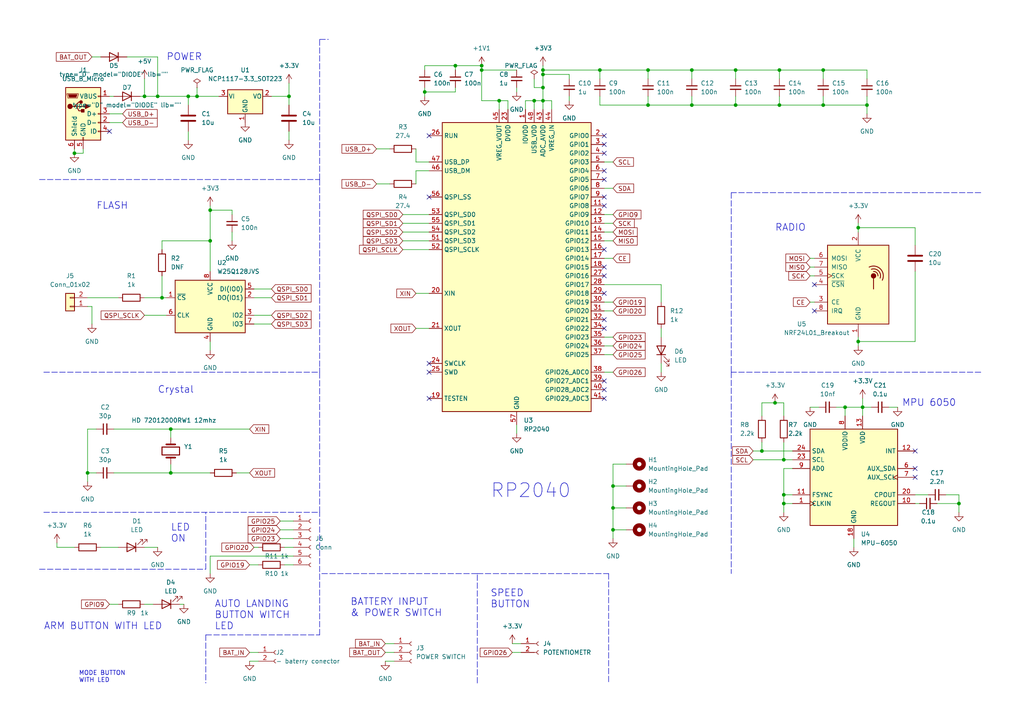
<source format=kicad_sch>
(kicad_sch (version 20211123) (generator eeschema)
  (paper "A4")
  (junction (at 177.8 140.97))
  (junction (at 157.48 29.21))
  (junction (at 173.99 20.32))
  (junction (at 238.76 20.32))
  (junction (at 49.53 137.16))
  (junction (at 227.33 133.35))
  (junction (at 177.8 153.67))
  (junction (at 132.08 19.05))
  (junction (at 251.46 30.48))
  (junction (at 83.82 27.94))
  (junction (at 139.7 20.32))
  (junction (at 157.48 21.59))
  (junction (at 21.59 44.45))
  (junction (at 154.94 29.21))
  (junction (at 45.72 27.94))
  (junction (at 226.06 20.32))
  (junction (at 25.4 137.16))
  (junction (at 224.79 116.84))
  (junction (at 238.76 30.48))
  (junction (at 213.36 30.48))
  (junction (at 60.96 60.96))
  (junction (at 41.91 27.94))
  (junction (at 46.99 86.36))
  (junction (at 177.8 147.32))
  (junction (at 226.06 30.48))
  (junction (at 248.92 66.04))
  (junction (at 245.11 118.11))
  (junction (at 187.96 30.48))
  (junction (at 157.48 25.4))
  (junction (at 139.7 19.05))
  (junction (at 278.13 146.05))
  (junction (at 200.66 30.48))
  (junction (at 220.98 130.81))
  (junction (at 123.19 26.67))
  (junction (at 248.92 99.06))
  (junction (at 187.96 20.32))
  (junction (at 250.19 118.11))
  (junction (at 60.96 69.85))
  (junction (at 227.33 146.05))
  (junction (at 213.36 20.32))
  (junction (at 57.15 27.94))
  (junction (at 200.66 20.32))
  (junction (at 49.53 124.46))
  (junction (at 144.78 29.21))
  (junction (at 54.61 27.94))
  (junction (at 157.48 20.32))
  (junction (at 227.33 143.51))
  (no_connect (at 175.26 85.09))
  (no_connect (at 175.26 57.15))
  (no_connect (at 175.26 52.07))
  (no_connect (at 31.75 38.1))
  (no_connect (at 175.26 41.91))
  (no_connect (at 175.26 59.69))
  (no_connect (at 175.26 77.47))
  (no_connect (at 175.26 95.25))
  (no_connect (at 175.26 92.71))
  (no_connect (at 175.26 110.49))
  (no_connect (at 175.26 113.03))
  (no_connect (at 175.26 115.57))
  (no_connect (at 236.22 82.55))
  (no_connect (at 236.22 90.17))
  (no_connect (at 265.43 138.43))
  (no_connect (at 265.43 130.81))
  (no_connect (at 265.43 135.89))
  (no_connect (at 175.26 39.37))
  (no_connect (at 175.26 80.01))
  (no_connect (at 175.26 72.39))
  (no_connect (at 124.46 105.41))
  (no_connect (at 124.46 107.95))
  (no_connect (at 124.46 115.57))
  (no_connect (at 124.46 39.37))
  (no_connect (at 124.46 57.15))
  (no_connect (at 175.26 49.53))
  (no_connect (at 175.26 44.45))
  (wire (pts (xy 191.77 105.41) (xy 191.77 107.95)))
  (wire (pts (xy 278.13 146.05) (xy 278.13 148.59)))
  (wire (pts (xy 234.95 74.93) (xy 236.22 74.93)))
  (wire (pts (xy 220.98 116.84) (xy 224.79 116.84)))
  (wire (pts (xy 60.96 60.96) (xy 60.96 69.85)))
  (wire (pts (xy 25.4 86.36) (xy 34.29 86.36)))
  (wire (pts (xy 149.86 25.4) (xy 149.86 26.67)))
  (wire (pts (xy 139.7 20.32) (xy 149.86 20.32)))
  (wire (pts (xy 123.19 25.4) (xy 123.19 26.67)))
  (polyline (pts (xy 138.43 166.37) (xy 176.53 166.37)))
  (wire (pts (xy 49.53 124.46) (xy 33.02 124.46)))
  (wire (pts (xy 175.26 62.23) (xy 177.8 62.23)))
  (wire (pts (xy 248.92 99.06) (xy 248.92 100.33)))
  (wire (pts (xy 132.08 19.05) (xy 123.19 19.05)))
  (wire (pts (xy 218.44 133.35) (xy 227.33 133.35)))
  (wire (pts (xy 83.82 27.94) (xy 83.82 30.48)))
  (polyline (pts (xy 284.48 107.95) (xy 212.09 107.95)))
  (wire (pts (xy 250.19 118.11) (xy 252.73 118.11)))
  (wire (pts (xy 154.94 25.4) (xy 154.94 22.86)))
  (wire (pts (xy 245.11 118.11) (xy 250.19 118.11)))
  (wire (pts (xy 123.19 26.67) (xy 132.08 26.67)))
  (wire (pts (xy 82.55 163.83) (xy 85.09 163.83)))
  (wire (pts (xy 73.66 93.98) (xy 78.74 93.98)))
  (wire (pts (xy 111.76 191.77) (xy 114.3 191.77)))
  (wire (pts (xy 46.99 72.39) (xy 46.99 69.85)))
  (wire (pts (xy 111.76 189.23) (xy 114.3 189.23)))
  (wire (pts (xy 251.46 30.48) (xy 251.46 33.02)))
  (polyline (pts (xy 11.43 52.07) (xy 92.71 52.07)))
  (wire (pts (xy 41.91 91.44) (xy 48.26 91.44)))
  (wire (pts (xy 265.43 78.74) (xy 265.43 99.06)))
  (wire (pts (xy 191.77 95.25) (xy 191.77 97.79)))
  (wire (pts (xy 123.19 19.05) (xy 123.19 20.32)))
  (wire (pts (xy 41.91 22.86) (xy 41.91 27.94)))
  (polyline (pts (xy 12.7 107.95) (xy 92.71 107.95)))
  (wire (pts (xy 173.99 20.32) (xy 173.99 22.86)))
  (wire (pts (xy 148.59 189.23) (xy 151.13 189.23)))
  (wire (pts (xy 157.48 21.59) (xy 157.48 25.4)))
  (wire (pts (xy 26.67 88.9) (xy 26.67 93.98)))
  (wire (pts (xy 49.53 127) (xy 49.53 124.46)))
  (wire (pts (xy 213.36 30.48) (xy 226.06 30.48)))
  (wire (pts (xy 31.75 35.56) (xy 35.56 35.56)))
  (wire (pts (xy 49.53 134.62) (xy 49.53 137.16)))
  (wire (pts (xy 24.13 44.45) (xy 21.59 44.45)))
  (wire (pts (xy 191.77 82.55) (xy 175.26 82.55)))
  (wire (pts (xy 123.19 26.67) (xy 123.19 27.94)))
  (wire (pts (xy 152.4 31.75) (xy 152.4 29.21)))
  (wire (pts (xy 175.26 69.85) (xy 177.8 69.85)))
  (polyline (pts (xy 59.69 184.15) (xy 59.69 198.12)))
  (wire (pts (xy 31.75 33.02) (xy 35.56 33.02)))
  (polyline (pts (xy 176.53 166.37) (xy 176.53 198.12)))
  (wire (pts (xy 265.43 146.05) (xy 266.7 146.05)))
  (wire (pts (xy 220.98 120.65) (xy 220.98 116.84)))
  (wire (pts (xy 248.92 97.79) (xy 248.92 99.06)))
  (wire (pts (xy 160.02 31.75) (xy 160.02 29.21)))
  (wire (pts (xy 226.06 20.32) (xy 226.06 22.86)))
  (polyline (pts (xy 284.48 55.88) (xy 212.09 55.88)))
  (wire (pts (xy 60.96 99.06) (xy 60.96 101.6)))
  (wire (pts (xy 46.99 80.01) (xy 46.99 86.36)))
  (wire (pts (xy 234.95 87.63) (xy 236.22 87.63)))
  (wire (pts (xy 36.83 16.51) (xy 45.72 16.51)))
  (wire (pts (xy 139.7 20.32) (xy 139.7 29.21)))
  (wire (pts (xy 144.78 29.21) (xy 139.7 29.21)))
  (wire (pts (xy 200.66 20.32) (xy 213.36 20.32)))
  (wire (pts (xy 177.8 156.21) (xy 177.8 153.67)))
  (wire (pts (xy 175.26 74.93) (xy 177.8 74.93)))
  (wire (pts (xy 177.8 140.97) (xy 181.61 140.97)))
  (wire (pts (xy 57.15 27.94) (xy 63.5 27.94)))
  (wire (pts (xy 26.67 16.51) (xy 29.21 16.51)))
  (wire (pts (xy 227.33 133.35) (xy 229.87 133.35)))
  (wire (pts (xy 250.19 118.11) (xy 250.19 120.65)))
  (wire (pts (xy 81.28 153.67) (xy 85.09 153.67)))
  (wire (pts (xy 213.36 27.94) (xy 213.36 30.48)))
  (wire (pts (xy 278.13 143.51) (xy 278.13 146.05)))
  (polyline (pts (xy 138.43 166.37) (xy 92.71 166.37)))
  (wire (pts (xy 49.53 124.46) (xy 72.39 124.46)))
  (wire (pts (xy 27.94 124.46) (xy 25.4 124.46)))
  (wire (pts (xy 41.91 27.94) (xy 45.72 27.94)))
  (wire (pts (xy 120.65 46.99) (xy 124.46 46.99)))
  (wire (pts (xy 116.84 69.85) (xy 124.46 69.85)))
  (wire (pts (xy 27.94 137.16) (xy 25.4 137.16)))
  (wire (pts (xy 165.1 21.59) (xy 165.1 22.86)))
  (wire (pts (xy 220.98 130.81) (xy 229.87 130.81)))
  (wire (pts (xy 175.26 54.61) (xy 177.8 54.61)))
  (wire (pts (xy 157.48 20.32) (xy 173.99 20.32)))
  (wire (pts (xy 248.92 66.04) (xy 248.92 67.31)))
  (wire (pts (xy 41.91 175.26) (xy 44.45 175.26)))
  (wire (pts (xy 226.06 30.48) (xy 238.76 30.48)))
  (wire (pts (xy 157.48 29.21) (xy 157.48 31.75)))
  (wire (pts (xy 227.33 116.84) (xy 224.79 116.84)))
  (wire (pts (xy 139.7 19.05) (xy 132.08 19.05)))
  (wire (pts (xy 248.92 64.77) (xy 248.92 66.04)))
  (wire (pts (xy 40.64 27.94) (xy 41.91 27.94)))
  (wire (pts (xy 120.65 85.09) (xy 124.46 85.09)))
  (wire (pts (xy 147.32 31.75) (xy 147.32 29.21)))
  (wire (pts (xy 157.48 29.21) (xy 160.02 29.21)))
  (wire (pts (xy 227.33 143.51) (xy 227.33 146.05)))
  (wire (pts (xy 68.58 137.16) (xy 72.39 137.16)))
  (wire (pts (xy 120.65 53.34) (xy 120.65 49.53)))
  (wire (pts (xy 78.74 27.94) (xy 83.82 27.94)))
  (wire (pts (xy 213.36 20.32) (xy 213.36 22.86)))
  (wire (pts (xy 175.26 97.79) (xy 177.8 97.79)))
  (wire (pts (xy 82.55 158.75) (xy 85.09 158.75)))
  (wire (pts (xy 85.09 161.29) (xy 60.96 161.29)))
  (wire (pts (xy 213.36 20.32) (xy 226.06 20.32)))
  (wire (pts (xy 116.84 72.39) (xy 124.46 72.39)))
  (wire (pts (xy 72.39 163.83) (xy 74.93 163.83)))
  (wire (pts (xy 72.39 191.77) (xy 74.93 191.77)))
  (wire (pts (xy 157.48 25.4) (xy 154.94 25.4)))
  (wire (pts (xy 54.61 27.94) (xy 54.61 30.48)))
  (wire (pts (xy 144.78 29.21) (xy 144.78 31.75)))
  (wire (pts (xy 120.65 95.25) (xy 124.46 95.25)))
  (wire (pts (xy 24.13 43.18) (xy 24.13 44.45)))
  (wire (pts (xy 152.4 29.21) (xy 154.94 29.21)))
  (wire (pts (xy 229.87 135.89) (xy 227.33 135.89)))
  (wire (pts (xy 16.51 157.48) (xy 16.51 158.75)))
  (polyline (pts (xy 59.69 165.1) (xy 59.69 148.59)))
  (wire (pts (xy 177.8 134.62) (xy 181.61 134.62)))
  (wire (pts (xy 16.51 158.75) (xy 21.59 158.75)))
  (wire (pts (xy 154.94 29.21) (xy 154.94 31.75)))
  (wire (pts (xy 175.26 46.99) (xy 177.8 46.99)))
  (wire (pts (xy 220.98 128.27) (xy 220.98 130.81)))
  (wire (pts (xy 177.8 153.67) (xy 177.8 147.32)))
  (wire (pts (xy 109.22 53.34) (xy 113.03 53.34)))
  (wire (pts (xy 200.66 30.48) (xy 213.36 30.48)))
  (wire (pts (xy 226.06 27.94) (xy 226.06 30.48)))
  (wire (pts (xy 187.96 20.32) (xy 200.66 20.32)))
  (wire (pts (xy 157.48 20.32) (xy 157.48 21.59)))
  (wire (pts (xy 46.99 86.36) (xy 48.26 86.36)))
  (wire (pts (xy 175.26 100.33) (xy 177.8 100.33)))
  (wire (pts (xy 60.96 59.69) (xy 60.96 60.96)))
  (wire (pts (xy 227.33 146.05) (xy 227.33 148.59)))
  (wire (pts (xy 175.26 87.63) (xy 177.8 87.63)))
  (wire (pts (xy 234.95 80.01) (xy 236.22 80.01)))
  (wire (pts (xy 57.15 25.4) (xy 57.15 27.94)))
  (wire (pts (xy 251.46 20.32) (xy 251.46 22.86)))
  (wire (pts (xy 139.7 19.05) (xy 139.7 20.32)))
  (wire (pts (xy 148.59 186.69) (xy 151.13 186.69)))
  (wire (pts (xy 31.75 175.26) (xy 34.29 175.26)))
  (wire (pts (xy 157.48 25.4) (xy 157.48 29.21)))
  (polyline (pts (xy 92.71 52.07) (xy 92.71 106.68)))
  (wire (pts (xy 49.53 137.16) (xy 33.02 137.16)))
  (wire (pts (xy 25.4 124.46) (xy 25.4 137.16)))
  (wire (pts (xy 238.76 20.32) (xy 251.46 20.32)))
  (wire (pts (xy 200.66 27.94) (xy 200.66 30.48)))
  (wire (pts (xy 175.26 64.77) (xy 177.8 64.77)))
  (wire (pts (xy 31.75 27.94) (xy 33.02 27.94)))
  (wire (pts (xy 234.95 77.47) (xy 236.22 77.47)))
  (wire (pts (xy 187.96 27.94) (xy 187.96 30.48)))
  (wire (pts (xy 218.44 130.81) (xy 220.98 130.81)))
  (wire (pts (xy 173.99 20.32) (xy 187.96 20.32)))
  (wire (pts (xy 73.66 86.36) (xy 78.74 86.36)))
  (wire (pts (xy 238.76 20.32) (xy 238.76 22.86)))
  (wire (pts (xy 187.96 30.48) (xy 200.66 30.48)))
  (wire (pts (xy 187.96 20.32) (xy 187.96 22.86)))
  (wire (pts (xy 120.65 43.18) (xy 120.65 46.99)))
  (wire (pts (xy 41.91 158.75) (xy 45.72 158.75)))
  (wire (pts (xy 25.4 88.9) (xy 26.67 88.9)))
  (wire (pts (xy 73.66 158.75) (xy 74.93 158.75)))
  (wire (pts (xy 226.06 20.32) (xy 238.76 20.32)))
  (wire (pts (xy 132.08 26.67) (xy 132.08 25.4)))
  (wire (pts (xy 227.33 135.89) (xy 227.33 143.51)))
  (wire (pts (xy 247.65 156.21) (xy 247.65 158.75)))
  (wire (pts (xy 29.21 158.75) (xy 34.29 158.75)))
  (wire (pts (xy 147.32 29.21) (xy 144.78 29.21)))
  (wire (pts (xy 67.31 60.96) (xy 60.96 60.96)))
  (wire (pts (xy 245.11 118.11) (xy 242.57 118.11)))
  (wire (pts (xy 175.26 102.87) (xy 177.8 102.87)))
  (wire (pts (xy 177.8 147.32) (xy 177.8 140.97)))
  (wire (pts (xy 227.33 128.27) (xy 227.33 133.35)))
  (wire (pts (xy 60.96 69.85) (xy 60.96 78.74)))
  (wire (pts (xy 177.8 140.97) (xy 177.8 134.62)))
  (polyline (pts (xy 92.71 106.68) (xy 92.71 107.95)))
  (wire (pts (xy 245.11 120.65) (xy 245.11 118.11)))
  (wire (pts (xy 234.95 118.11) (xy 237.49 118.11)))
  (polyline (pts (xy 92.71 184.15) (xy 92.71 148.59)))
  (wire (pts (xy 157.48 21.59) (xy 165.1 21.59)))
  (wire (pts (xy 120.65 49.53) (xy 124.46 49.53)))
  (polyline (pts (xy 138.43 198.12) (xy 138.43 166.37)))
  (wire (pts (xy 173.99 30.48) (xy 187.96 30.48)))
  (wire (pts (xy 175.26 90.17) (xy 177.8 90.17)))
  (polyline (pts (xy 11.43 165.1) (xy 59.69 165.1)))
  (wire (pts (xy 54.61 27.94) (xy 57.15 27.94)))
  (wire (pts (xy 21.59 43.18) (xy 21.59 44.45)))
  (wire (pts (xy 116.84 62.23) (xy 124.46 62.23)))
  (wire (pts (xy 175.26 107.95) (xy 177.8 107.95)))
  (wire (pts (xy 238.76 27.94) (xy 238.76 30.48)))
  (wire (pts (xy 154.94 29.21) (xy 157.48 29.21)))
  (polyline (pts (xy 59.69 184.15) (xy 92.71 184.15)))
  (wire (pts (xy 109.22 43.18) (xy 113.03 43.18)))
  (polyline (pts (xy 212.09 55.88) (xy 212.09 107.95)))
  (wire (pts (xy 250.19 115.57) (xy 250.19 118.11)))
  (wire (pts (xy 165.1 29.21) (xy 165.1 27.94)))
  (wire (pts (xy 111.76 186.69) (xy 114.3 186.69)))
  (wire (pts (xy 149.86 123.19) (xy 149.86 125.73)))
  (wire (pts (xy 200.66 20.32) (xy 200.66 22.86)))
  (wire (pts (xy 248.92 66.04) (xy 265.43 66.04)))
  (polyline (pts (xy 92.71 148.59) (xy 92.71 107.95)))
  (wire (pts (xy 191.77 87.63) (xy 191.77 82.55)))
  (wire (pts (xy 73.66 83.82) (xy 78.74 83.82)))
  (wire (pts (xy 238.76 30.48) (xy 251.46 30.48)))
  (wire (pts (xy 175.26 67.31) (xy 177.8 67.31)))
  (polyline (pts (xy 12.7 148.59) (xy 92.71 148.59)))
  (wire (pts (xy 81.28 156.21) (xy 85.09 156.21)))
  (wire (pts (xy 227.33 120.65) (xy 227.33 116.84)))
  (wire (pts (xy 274.32 143.51) (xy 278.13 143.51)))
  (wire (pts (xy 81.28 151.13) (xy 85.09 151.13)))
  (wire (pts (xy 265.43 66.04) (xy 265.43 71.12)))
  (wire (pts (xy 229.87 143.51) (xy 227.33 143.51)))
  (wire (pts (xy 257.81 118.11) (xy 260.35 118.11)))
  (polyline (pts (xy 92.71 11.43) (xy 95.25 11.43)))
  (wire (pts (xy 265.43 143.51) (xy 269.24 143.51)))
  (wire (pts (xy 229.87 146.05) (xy 227.33 146.05)))
  (wire (pts (xy 41.91 86.36) (xy 46.99 86.36)))
  (polyline (pts (xy 92.71 52.07) (xy 92.71 11.43)))
  (wire (pts (xy 54.61 38.1) (xy 54.61 40.64)))
  (wire (pts (xy 177.8 147.32) (xy 181.61 147.32)))
  (wire (pts (xy 60.96 161.29) (xy 60.96 166.37)))
  (wire (pts (xy 45.72 27.94) (xy 54.61 27.94)))
  (wire (pts (xy 45.72 16.51) (xy 45.72 27.94)))
  (wire (pts (xy 83.82 38.1) (xy 83.82 40.64)))
  (wire (pts (xy 177.8 153.67) (xy 181.61 153.67)))
  (wire (pts (xy 25.4 137.16) (xy 25.4 139.7)))
  (wire (pts (xy 271.78 146.05) (xy 278.13 146.05)))
  (wire (pts (xy 251.46 27.94) (xy 251.46 30.48)))
  (wire (pts (xy 157.48 19.05) (xy 157.48 20.32)))
  (wire (pts (xy 46.99 69.85) (xy 60.96 69.85)))
  (wire (pts (xy 73.66 91.44) (xy 78.74 91.44)))
  (wire (pts (xy 116.84 67.31) (xy 124.46 67.31)))
  (wire (pts (xy 67.31 67.31) (xy 67.31 69.85)))
  (wire (pts (xy 116.84 64.77) (xy 124.46 64.77)))
  (wire (pts (xy 132.08 19.05) (xy 132.08 20.32)))
  (wire (pts (xy 67.31 62.23) (xy 67.31 60.96)))
  (wire (pts (xy 52.07 175.26) (xy 53.34 175.26)))
  (wire (pts (xy 72.39 189.23) (xy 74.93 189.23)))
  (wire (pts (xy 265.43 99.06) (xy 248.92 99.06)))
  (wire (pts (xy 49.53 137.16) (xy 60.96 137.16)))
  (polyline (pts (xy 212.09 107.95) (xy 212.09 166.37)))
  (wire (pts (xy 173.99 27.94) (xy 173.99 30.48)))
  (wire (pts (xy 83.82 24.13) (xy 83.82 27.94)))
  (text "MPU 6050" (at 261.62 118.11 0) (effects (font (size 2 2)) (justify left bottom)))
  (text "ARM BUTTON WITH LED" (at 12.7 182.88 0) (effects (font (size 2 2)) (justify left bottom)))
  (text "SPEED\nBUTTON" (at 142.24 176.53 0) (effects (font (size 2 2)) (justify left bottom)))
  (text "MODE BUTTON\nWITH LED" (at 22.86 198.12 0) (effects (font (size 1.27 1.27)) (justify left bottom)))
  (text "BATTERY INPUT\n& POWER SWITCH\n" (at 101.6 179.07 0) (effects (font (size 2 2)) (justify left bottom)))
  (text "AUTO LANDING\nBUTTON WITCH\nLED" (at 62.23 182.88 0) (effects (font (size 2 2)) (justify left bottom)))
  (text "POWER" (at 48.26 17.78 0) (effects (font (size 2 2)) (justify left bottom)))
  (text "LED\nON" (at 49.53 157.48 0) (effects (font (size 2 2)) (justify left bottom)))
  (text "RP2040" (at 142.24 144.78 0) (effects (font (size 4 4)) (justify left bottom)))
  (text "FLASH\n" (at 27.94 60.96 0) (effects (font (size 2 2)) (justify left bottom)))
  (text "Crystal" (at 45.72 114.3 0) (effects (font (size 2 2)) (justify left bottom)))
  (text "RADIO" (at 224.79 67.31 0) (effects (font (size 2 2)) (justify left bottom)))
  (global_label "MISO" (shape input) (at 177.8 69.85 0) (property "Intersheet References" "${INTERSHEET_REFS}" (effects hide)))
  (global_label "GPIO9" (shape input) (at 31.75 175.26 180) (property "Intersheet References" "${INTERSHEET_REFS}" (effects hide)))
  (global_label "USB_D-" (shape input) (at 109.22 53.34 180) (property "Intersheet References" "${INTERSHEET_REFS}" (effects hide)))
  (global_label "MOSI" (shape input) (at 234.95 74.93 180) (property "Intersheet References" "${INTERSHEET_REFS}" (effects hide)))
  (global_label "BAT_OUT" (shape input) (at 26.67 16.51 180) (property "Intersheet References" "${INTERSHEET_REFS}" (effects hide)))
  (global_label "SCK" (shape input) (at 234.95 80.01 180) (property "Intersheet References" "${INTERSHEET_REFS}" (effects hide)))
  (global_label "GPIO9" (shape input) (at 177.8 62.23 0) (property "Intersheet References" "${INTERSHEET_REFS}" (effects hide)))
  (global_label "USB_D-" (shape input) (at 35.56 35.56 0) (property "Intersheet References" "${INTERSHEET_REFS}" (effects hide)))
  (global_label "QSPI_SD3" (shape input) (at 116.84 69.85 180) (property "Intersheet References" "${INTERSHEET_REFS}" (effects hide)))
  (global_label "CE" (shape input) (at 234.95 87.63 180) (property "Intersheet References" "${INTERSHEET_REFS}" (effects hide)))
  (global_label "SCL" (shape input) (at 218.44 133.35 180) (property "Intersheet References" "${INTERSHEET_REFS}" (effects hide)))
  (global_label "GPIO25" (shape input) (at 177.8 102.87 0) (property "Intersheet References" "${INTERSHEET_REFS}" (effects hide)))
  (global_label "QSPI_SCLK" (shape input) (at 116.84 72.39 180) (property "Intersheet References" "${INTERSHEET_REFS}" (effects hide)))
  (global_label "GPIO19" (shape input) (at 177.8 87.63 0) (property "Intersheet References" "${INTERSHEET_REFS}" (effects hide)))
  (global_label "USB_D+" (shape input) (at 35.56 33.02 0) (property "Intersheet References" "${INTERSHEET_REFS}" (effects hide)))
  (global_label "SDA" (shape input) (at 177.8 54.61 0) (property "Intersheet References" "${INTERSHEET_REFS}" (effects hide)))
  (global_label "BAT_IN" (shape input) (at 72.39 189.23 180) (property "Intersheet References" "${INTERSHEET_REFS}" (effects hide)))
  (global_label "XIN" (shape input) (at 120.65 85.09 180) (property "Intersheet References" "${INTERSHEET_REFS}" (effects hide)))
  (global_label "GPIO24" (shape input) (at 177.8 100.33 0) (property "Intersheet References" "${INTERSHEET_REFS}" (effects hide)))
  (global_label "GPIO20" (shape input) (at 73.66 158.75 180) (property "Intersheet References" "${INTERSHEET_REFS}" (effects hide)))
  (global_label "BAT_OUT" (shape input) (at 111.76 189.23 180) (property "Intersheet References" "${INTERSHEET_REFS}" (effects hide)))
  (global_label "GPIO26" (shape input) (at 148.59 189.23 180) (property "Intersheet References" "${INTERSHEET_REFS}" (effects hide)))
  (global_label "QSPI_SD2" (shape input) (at 116.84 67.31 180) (property "Intersheet References" "${INTERSHEET_REFS}" (effects hide)))
  (global_label "GPIO19" (shape input) (at 72.39 163.83 180) (property "Intersheet References" "${INTERSHEET_REFS}" (effects hide)))
  (global_label "SDA" (shape input) (at 218.44 130.81 180) (property "Intersheet References" "${INTERSHEET_REFS}" (effects hide)))
  (global_label "XOUT" (shape input) (at 72.39 137.16 0) (property "Intersheet References" "${INTERSHEET_REFS}" (effects hide)))
  (global_label "GPIO24" (shape input) (at 81.28 153.67 180) (property "Intersheet References" "${INTERSHEET_REFS}" (effects hide)))
  (global_label "QSPI_SD1" (shape input) (at 78.74 86.36 0) (property "Intersheet References" "${INTERSHEET_REFS}" (effects hide)))
  (global_label "GPIO26" (shape input) (at 177.8 107.95 0) (property "Intersheet References" "${INTERSHEET_REFS}" (effects hide)))
  (global_label "QSPI_SD0" (shape input) (at 78.74 83.82 0) (property "Intersheet References" "${INTERSHEET_REFS}" (effects hide)))
  (global_label "QSPI_SD1" (shape input) (at 116.84 64.77 180) (property "Intersheet References" "${INTERSHEET_REFS}" (effects hide)))
  (global_label "GPIO25" (shape input) (at 81.28 151.13 180) (property "Intersheet References" "${INTERSHEET_REFS}" (effects hide)))
  (global_label "QSPI_SD0" (shape input) (at 116.84 62.23 180) (property "Intersheet References" "${INTERSHEET_REFS}" (effects hide)))
  (global_label "MOSI" (shape input) (at 177.8 67.31 0) (property "Intersheet References" "${INTERSHEET_REFS}" (effects hide)))
  (global_label "SCK" (shape input) (at 177.8 64.77 0) (property "Intersheet References" "${INTERSHEET_REFS}" (effects hide)))
  (global_label "USB_D+" (shape input) (at 109.22 43.18 180) (property "Intersheet References" "${INTERSHEET_REFS}" (effects hide)))
  (global_label "MISO" (shape input) (at 234.95 77.47 180) (property "Intersheet References" "${INTERSHEET_REFS}" (effects hide)))
  (global_label "QSPI_SCLK" (shape input) (at 41.91 91.44 180) (property "Intersheet References" "${INTERSHEET_REFS}" (effects hide)))
  (global_label "GPIO23" (shape input) (at 81.28 156.21 180) (property "Intersheet References" "${INTERSHEET_REFS}" (effects hide)))
  (global_label "QSPI_SD2" (shape input) (at 78.74 91.44 0) (property "Intersheet References" "${INTERSHEET_REFS}" (effects hide)))
  (global_label "CE" (shape input) (at 177.8 74.93 0) (property "Intersheet References" "${INTERSHEET_REFS}" (effects hide)))
  (global_label "XOUT" (shape input) (at 120.65 95.25 180) (property "Intersheet References" "${INTERSHEET_REFS}" (effects hide)))
  (global_label "GPIO20" (shape input) (at 177.8 90.17 0) (property "Intersheet References" "${INTERSHEET_REFS}" (effects hide)))
  (global_label "BAT_IN" (shape input) (at 111.76 186.69 180) (property "Intersheet References" "${INTERSHEET_REFS}" (effects hide)))
  (global_label "GPIO23" (shape input) (at 177.8 97.79 0) (property "Intersheet References" "${INTERSHEET_REFS}" (effects hide)))
  (global_label "XIN" (shape input) (at 72.39 124.46 0) (property "Intersheet References" "${INTERSHEET_REFS}" (effects hide)))
  (global_label "SCL" (shape input) (at 177.8 46.99 0) (property "Intersheet References" "${INTERSHEET_REFS}" (effects hide)))
  (global_label "QSPI_SD3" (shape input) (at 78.74 93.98 0) (property "Intersheet References" "${INTERSHEET_REFS}" (effects hide)))
  (symbol (lib_id "power:GND") (at 123.19 27.94 0) (unit 1)
    (property "Reference" "#PWR0103" (effects hide))
    (property "Value" "GND" (at 123.19 33.02 0))
  )
  (symbol (lib_id "Device:LED") (at 48.26 175.26 180) (unit 1)
    (property "Reference" "D4" (at 49.53 168.91 0))
    (property "Value" "LED" (at 49.53 171.45 0))
    (property "Footprint" "Connector_PinHeader_2.54mm:PinHeader_1x02_P2.54mm_Vertical" (effects hide))
  )
  (symbol (lib_id "Device:C_Small") (at 30.48 137.16 90) (unit 1)
    (property "Reference" "C3" (at 30.4863 130.81 90))
    (property "Value" "30p" (at 30.4863 133.35 90))
    (property "Footprint" "Capacitor_SMD:C_0603_1608Metric" (effects hide))
  )
  (symbol (lib_id "power:GND") (at 67.31 69.85 0) (unit 1)
    (property "Reference" "#PWR0115" (effects hide))
    (property "Value" "GND" (at 67.31 74.93 0))
  )
  (symbol (lib_id "power:+3.3V") (at 148.59 186.69 0) (unit 1)
    (property "Reference" "#PWR0126" (effects hide))
    (property "Value" "+3.3V" (at 148.59 181.61 0))
  )
  (symbol (lib_id "Connector_Generic:Conn_01x02") (at 20.32 88.9 180) (unit 1)
    (property "Reference" "J5" (at 20.32 80.01 0))
    (property "Value" "Conn_01x02" (at 20.32 82.55 0))
    (property "Footprint" "Connector_PinHeader_2.54mm:PinHeader_1x02_P2.54mm_Vertical" (effects hide))
  )
  (symbol (lib_id "Sensor_Motion:MPU-6050") (at 247.65 138.43 0) (unit 1)
    (property "Reference" "U4" (at 249.6694 154.94 0) (effects (justify left)))
    (property "Value" "MPU-6050" (at 249.6694 157.48 0) (effects (justify left)))
    (property "Footprint" "Sensor_Motion:InvenSense_QFN-24_4x4mm_P0.5mm" (effects hide))
    (property "Datasheet" "https://store.invensense.com/datasheets/invensense/MPU-6050_DataSheet_V3%204.pdf" (effects hide))
  )
  (symbol (lib_id "power:GND") (at 177.8 156.21 0) (unit 1)
    (property "Reference" "#PWR0141" (effects hide))
    (property "Value" "GND" (at 177.8 161.29 0))
  )
  (symbol (lib_id "MCU_RaspberryPi:RP2040") (at 149.86 77.47 0) (unit 1)
    (property "Reference" "U3" (at 151.8794 121.92 0) (effects (justify left)))
    (property "Value" "RP2040" (at 151.8794 124.46 0) (effects (justify left)))
    (property "Footprint" "Package_DFN_QFN:QFN-56-1EP_7x7mm_P0.4mm_EP3.2x3.2mm" (effects hide))
    (property "Datasheet" "https://datasheets.raspberrypi.com/rp2040/rp2040-datasheet.pdf" (effects hide))
  )
  (symbol (lib_id "power:GND") (at 251.46 33.02 0) (unit 1)
    (property "Reference" "#PWR0128" (effects hide))
    (property "Value" "GND" (at 251.46 38.1 0))
  )
  (symbol (lib_id "Device:C_Small") (at 251.46 25.4 0) (unit 1)
    (property "Reference" "C16" (at 254 24.1362 0) (effects (justify left)))
    (property "Value" "100n" (at 254 26.6762 0) (effects (justify left)))
    (property "Footprint" "Capacitor_SMD:C_0402_1005Metric" (effects hide))
  )
  (symbol (lib_id "Device:C_Small") (at 200.66 25.4 0) (unit 1)
    (property "Reference" "C12" (at 203.2 24.1362 0) (effects (justify left)))
    (property "Value" "100n" (at 203.2 26.6762 0) (effects (justify left)))
    (property "Footprint" "Capacitor_SMD:C_0402_1005Metric" (effects hide))
  )
  (symbol (lib_id "Device:R") (at 220.98 124.46 0) (unit 1)
    (property "Reference" "R8" (at 214.63 123.19 0) (effects (justify left)))
    (property "Value" "2.2k" (at 214.63 125.73 0) (effects (justify left)))
    (property "Footprint" "Resistor_SMD:R_0805_2012Metric" (effects hide))
  )
  (symbol (lib_id "power:GND") (at 111.76 191.77 0) (unit 1)
    (property "Reference" "#PWR0125" (effects hide))
    (property "Value" "GND" (at 111.76 196.85 0))
  )
  (symbol (lib_id "Device:C") (at 265.43 74.93 0) (unit 1)
    (property "Reference" "C20" (at 269.24 73.6599 0) (effects (justify left)))
    (property "Value" "10u" (at 269.24 76.1999 0) (effects (justify left)))
    (property "Footprint" "Capacitor_SMD:C_0805_2012Metric" (effects hide))
  )
  (symbol (lib_id "Device:R") (at 78.74 158.75 270) (unit 1)
    (property "Reference" "R11" (at 78.74 161.29 90))
    (property "Value" "1k" (at 82.55 161.29 90))
    (property "Footprint" "Resistor_SMD:R_0805_2012Metric" (effects hide))
  )
  (symbol (lib_id "Connector:USB_B_Micro") (at 24.13 33.02 0) (unit 1)
    (property "Reference" "J1" (at 24.13 20.32 0))
    (property "Value" "USB_B_Micro" (at 24.13 22.86 0))
    (property "Footprint" "Connector_USB:USB_Micro-B_Amphenol_10118194_Horizontal" (effects hide))
  )
  (symbol (lib_id "Device:C_Small") (at 123.19 22.86 0) (unit 1)
    (property "Reference" "C6" (at 125.73 21.5962 0) (effects (justify left)))
    (property "Value" "100n" (at 125.73 24.1362 0) (effects (justify left)))
    (property "Footprint" "Capacitor_SMD:C_0402_1005Metric" (effects hide))
  )
  (symbol (lib_id "power:GND") (at 25.4 139.7 0) (unit 1)
    (property "Reference" "#PWR0101" (effects hide))
    (property "Value" "GND" (at 25.4 144.78 0))
  )
  (symbol (lib_id "Device:C_Small") (at 269.24 146.05 90) (unit 1)
    (property "Reference" "C18" (at 269.24 148.59 90))
    (property "Value" "0.1u" (at 269.24 151.13 90))
    (property "Footprint" "Capacitor_SMD:C_0402_1005Metric" (effects hide))
  )
  (symbol (lib_id "Device:R") (at 38.1 175.26 270) (unit 1)
    (property "Reference" "R9" (at 38.1 177.8 90))
    (property "Value" "1k" (at 41.91 177.8 90))
    (property "Footprint" "Resistor_SMD:R_0805_2012Metric" (effects hide))
  )
  (symbol (lib_id "power:GND") (at 83.82 40.64 0) (unit 1)
    (property "Reference" "#PWR0110" (effects hide))
    (property "Value" "GND" (at 83.82 45.72 0))
  )
  (symbol (lib_id "Mechanical:MountingHole_Pad") (at 184.15 134.62 270) (unit 1)
    (property "Reference" "H1" (at 187.96 133.3499 90) (effects (justify left)))
    (property "Value" "MountingHole_Pad" (at 187.96 135.8899 90) (effects (justify left)))
    (property "Footprint" "MountingHole:MountingHole_2.5mm_Pad_Via" (effects hide))
  )
  (symbol (lib_id "power:GND") (at 260.35 118.11 0) (unit 1)
    (property "Reference" "#PWR0137" (effects hide))
    (property "Value" "GND" (at 260.35 123.19 0))
  )
  (symbol (lib_id "Device:R") (at 25.4 158.75 270) (unit 1)
    (property "Reference" "R6" (at 25.4 152.4 90))
    (property "Value" "1k" (at 25.4 154.94 90))
    (property "Footprint" "Resistor_SMD:R_0805_2012Metric" (effects hide))
  )
  (symbol (lib_id "Connector:Conn_01x02_Female") (at 80.01 189.23 0) (unit 1)
    (property "Reference" "J2" (at 80.01 189.23 0) (effects (justify left)))
    (property "Value" "- baterry conector " (at 80.01 191.77 0) (effects (justify left)))
    (property "Footprint" "Connector_PinHeader_2.54mm:PinHeader_1x02_P2.54mm_Vertical" (effects hide))
  )
  (symbol (lib_id "Simulation_SPICE:DIODE") (at 33.02 16.51 0) (unit 1)
    (property "Reference" "D5" (at 33.02 19.05 0))
    (property "Value" "DIODE" (at 33.02 21.59 0))
    (property "Footprint" "Diode_SMD:D_SOD-123F" (effects hide))
    (property "Spice_Netlist_Enabled" "Y" (effects hide))
    (property "Spice_Primitive" "D" (effects hide))
  )
  (symbol (lib_id "power:GND") (at 45.72 158.75 0) (unit 1)
    (property "Reference" "#PWR0116" (effects hide))
    (property "Value" "GND" (at 45.72 163.83 0))
  )
  (symbol (lib_id "Device:C_Small") (at 238.76 25.4 0) (unit 1)
    (property "Reference" "C15" (at 241.3 24.1362 0) (effects (justify left)))
    (property "Value" "100n" (at 241.3 26.6762 0) (effects (justify left)))
    (property "Footprint" "Capacitor_SMD:C_0402_1005Metric" (effects hide))
  )
  (symbol (lib_id "power:GND") (at 248.92 100.33 0) (unit 1)
    (property "Reference" "#PWR0138" (effects hide))
    (property "Value" "GND" (at 248.92 105.41 0))
  )
  (symbol (lib_id "power:GND") (at 60.96 101.6 0) (unit 1)
    (property "Reference" "#PWR0113" (effects hide))
    (property "Value" "GND" (at 60.96 106.68 0))
  )
  (symbol (lib_id "power:GND") (at 72.39 191.77 0) (unit 1)
    (property "Reference" "#PWR0124" (effects hide))
    (property "Value" "GND" (at 72.39 196.85 0))
  )
  (symbol (lib_id "Device:LED") (at 38.1 158.75 180) (unit 1)
    (property "Reference" "D1" (at 39.6875 151.13 0))
    (property "Value" "LED" (at 39.6875 153.67 0))
    (property "Footprint" "LED_SMD:LED_0603_1608Metric" (effects hide))
  )
  (symbol (lib_id "Device:C_Small") (at 67.31 64.77 0) (unit 1)
    (property "Reference" "C5" (at 69.85 63.5062 0) (effects (justify left)))
    (property "Value" "100n" (at 69.85 66.0462 0) (effects (justify left)))
    (property "Footprint" "Capacitor_SMD:C_0402_1005Metric" (effects hide))
  )
  (symbol (lib_id "power:+3V3") (at 157.48 19.05 0) (unit 1)
    (property "Reference" "#PWR0104" (effects hide))
    (property "Value" "+3V3" (at 157.48 13.97 0))
  )
  (symbol (lib_id "Connector:Conn_01x03_Female") (at 119.38 189.23 0) (unit 1)
    (property "Reference" "J3" (at 120.65 187.9599 0) (effects (justify left)))
    (property "Value" "POWER SWITCH" (at 120.65 190.4999 0) (effects (justify left)))
    (property "Footprint" "Connector_PinHeader_2.54mm:PinHeader_1x03_P2.54mm_Vertical" (effects hide))
  )
  (symbol (lib_id "power:GND") (at 165.1 29.21 0) (unit 1)
    (property "Reference" "#PWR0130" (effects hide))
    (property "Value" "GND" (at 165.1 34.29 0))
  )
  (symbol (lib_id "Device:LED") (at 191.77 101.6 90) (unit 1)
    (property "Reference" "D6" (at 195.58 101.9174 90) (effects (justify right)))
    (property "Value" "LED" (at 195.58 104.4574 90) (effects (justify right)))
    (property "Footprint" "LED_SMD:LED_0805_2012Metric" (effects hide))
  )
  (symbol (lib_id "RF:NRF24L01_Breakout") (at 248.92 82.55 0) (unit 1)
    (property "Reference" "U5" (at 231.14 93.98 0) (effects (justify left)))
    (property "Value" "NRF24L01_Breakout" (at 227.33 96.52 0) (effects (justify left)))
    (property "Footprint" "RF_Module:nRF24L01_Breakout" (effects hide))
    (property "Datasheet" "http://www.nordicsemi.com/eng/content/download/2730/34105/file/nRF24L01_Product_Specification_v2_0.pdf" (effects hide))
  )
  (symbol (lib_id "power:+1V1") (at 139.7 19.05 0) (unit 1)
    (property "Reference" "#PWR0102" (effects hide))
    (property "Value" "+1V1" (at 139.7 13.97 0))
  )
  (symbol (lib_id "power:GND") (at 26.67 93.98 0) (unit 1)
    (property "Reference" "#PWR0114" (effects hide))
    (property "Value" "GND" (at 26.67 99.06 0))
  )
  (symbol (lib_id "Device:R") (at 46.99 76.2 0) (unit 1)
    (property "Reference" "R2" (at 49.53 74.9299 0) (effects (justify left)))
    (property "Value" "DNF" (at 49.53 77.4699 0) (effects (justify left)))
    (property "Footprint" "Resistor_SMD:R_0805_2012Metric" (effects hide))
  )
  (symbol (lib_id "Regulator_Linear:NCP1117-3.3_SOT223") (at 71.12 27.94 0) (unit 1)
    (property "Reference" "U1" (at 71.12 20.32 0))
    (property "Value" "NCP1117-3.3_SOT223" (at 71.12 22.86 0))
    (property "Footprint" "Package_TO_SOT_SMD:SOT-223-3_TabPin2" (effects hide))
    (property "Datasheet" "http://www.onsemi.com/pub_link/Collateral/NCP1117-D.PDF" (effects hide))
  )
  (symbol (lib_id "power:GND") (at 53.34 175.26 0) (unit 1)
    (property "Reference" "#PWR0123" (effects hide))
    (property "Value" "GND" (at 53.34 180.34 0))
  )
  (symbol (lib_id "power:GND") (at 149.86 26.67 0) (unit 1)
    (property "Reference" "#PWR0105" (effects hide))
    (property "Value" "GND" (at 149.86 31.75 0))
  )
  (symbol (lib_id "power:PWR_FLAG") (at 154.94 22.86 0) (unit 1)
    (property "Reference" "#FLG0101" (effects hide))
    (property "Value" "PWR_FLAG" (at 151.13 19.05 0))
  )
  (symbol (lib_id "Device:Crystal") (at 49.53 130.81 270) (unit 1)
    (property "Reference" "Y1" (at 53.34 129.5399 90) (effects (justify left)))
    (property "Value" "HD 72012000RW1 12mhz" (at 38.1 121.92 90) (effects (justify left)))
    (property "Footprint" "Crystal:Crystal_SMD_HC49-SD" (effects hide))
  )
  (symbol (lib_id "Device:C_Small") (at 187.96 25.4 0) (unit 1)
    (property "Reference" "C11" (at 190.5 24.1362 0) (effects (justify left)))
    (property "Value" "100n" (at 190.5 26.6762 0) (effects (justify left)))
    (property "Footprint" "Capacitor_SMD:C_0402_1005Metric" (effects hide))
  )
  (symbol (lib_id "Mechanical:MountingHole_Pad") (at 184.15 140.97 270) (unit 1)
    (property "Reference" "H2" (at 187.96 139.6999 90) (effects (justify left)))
    (property "Value" "MountingHole_Pad" (at 187.96 142.2399 90) (effects (justify left)))
    (property "Footprint" "MountingHole:MountingHole_2.5mm_Pad_Via" (effects hide))
  )
  (symbol (lib_id "power:+3V3") (at 60.96 59.69 0) (unit 1)
    (property "Reference" "#PWR0112" (effects hide))
    (property "Value" "+3V3" (at 60.96 54.61 0))
  )
  (symbol (lib_id "Device:R") (at 191.77 91.44 0) (unit 1)
    (property "Reference" "R12" (at 194.31 90.1699 0) (effects (justify left)))
    (property "Value" "1k" (at 194.31 92.7099 0) (effects (justify left)))
    (property "Footprint" "Resistor_SMD:R_0805_2012Metric" (effects hide))
  )
  (symbol (lib_id "power:GND") (at 247.65 158.75 0) (unit 1)
    (property "Reference" "#PWR0131" (effects hide))
    (property "Value" "GND" (at 247.65 163.83 0))
  )
  (symbol (lib_id "power:+3.3V") (at 16.51 157.48 0) (unit 1)
    (property "Reference" "#PWR0121" (effects hide))
    (property "Value" "+3.3V" (at 16.51 152.4 0))
  )
  (symbol (lib_id "Device:R") (at 38.1 86.36 270) (unit 1)
    (property "Reference" "R1" (at 38.1 80.01 90))
    (property "Value" "1k" (at 38.1 82.55 90))
    (property "Footprint" "Resistor_SMD:R_0805_2012Metric" (effects hide))
  )
  (symbol (lib_id "Device:C_Small") (at 240.03 118.11 90) (unit 1)
    (property "Reference" "C19" (at 240.0363 111.76 90))
    (property "Value" "10nf" (at 240.0363 114.3 90))
    (property "Footprint" "Capacitor_SMD:C_0805_2012Metric" (effects hide))
  )
  (symbol (lib_id "power:GND") (at 60.96 166.37 0) (unit 1)
    (property "Reference" "#PWR0117" (effects hide))
    (property "Value" "GND" (at 60.96 171.45 0))
  )
  (symbol (lib_id "power:GND") (at 278.13 148.59 0) (unit 1)
    (property "Reference" "#PWR0135" (effects hide))
    (property "Value" "GND" (at 278.13 153.67 0))
  )
  (symbol (lib_id "Device:C_Small") (at 149.86 22.86 0) (unit 1)
    (property "Reference" "C8" (at 144.78 21.59 0) (effects (justify left)))
    (property "Value" "1u" (at 144.78 24.13 0) (effects (justify left)))
    (property "Footprint" "Capacitor_SMD:C_0603_1608Metric" (effects hide))
  )
  (symbol (lib_id "Device:R") (at 78.74 163.83 270) (unit 1)
    (property "Reference" "R10" (at 78.74 166.37 90))
    (property "Value" "1k" (at 82.55 166.37 90))
    (property "Footprint" "Resistor_SMD:R_0805_2012Metric" (effects hide))
  )
  (symbol (lib_id "power:+3.3V") (at 250.19 115.57 0) (unit 1)
    (property "Reference" "#PWR0136" (effects hide))
    (property "Value" "+3.3V" (at 250.19 110.49 0))
  )
  (symbol (lib_id "Device:R") (at 116.84 53.34 90) (unit 1)
    (property "Reference" "R4" (at 116.84 57.15 90))
    (property "Value" "27.4" (at 116.84 59.69 90))
    (property "Footprint" "Resistor_SMD:R_0402_1005Metric" (effects hide))
  )
  (symbol (lib_id "Simulation_SPICE:DIODE") (at 36.83 27.94 0) (unit 1)
    (property "Reference" "D7" (at 36.83 25.4 0))
    (property "Value" "DIODE" (at 36.83 30.48 0))
    (property "Footprint" "Diode_SMD:D_SOD-123F" (effects hide))
    (property "Spice_Netlist_Enabled" "Y" (effects hide))
    (property "Spice_Primitive" "D" (effects hide))
  )
  (symbol (lib_id "power:GND") (at 191.77 107.95 0) (unit 1)
    (property "Reference" "#PWR0140" (effects hide))
    (property "Value" "GND" (at 191.77 113.03 0))
  )
  (symbol (lib_id "power:GND") (at 54.61 40.64 0) (unit 1)
    (property "Reference" "#PWR0109" (effects hide))
    (property "Value" "GND" (at 54.61 45.72 0))
  )
  (symbol (lib_id "power:GND") (at 71.12 35.56 0) (unit 1)
    (property "Reference" "#PWR0111" (effects hide))
    (property "Value" "GND" (at 71.12 40.64 0))
  )
  (symbol (lib_id "Mechanical:MountingHole_Pad") (at 184.15 153.67 270) (unit 1)
    (property "Reference" "H4" (at 187.96 152.3999 90) (effects (justify left)))
    (property "Value" "MountingHole_Pad" (at 187.96 154.9399 90) (effects (justify left)))
    (property "Footprint" "MountingHole:MountingHole_2.5mm_Pad_Via" (effects hide))
  )
  (symbol (lib_id "power:+3.3V") (at 224.79 116.84 0) (unit 1)
    (property "Reference" "#PWR0133" (effects hide))
    (property "Value" "+3.3V" (at 224.79 111.76 0))
  )
  (symbol (lib_id "power:+3.3V") (at 83.82 24.13 0) (unit 1)
    (property "Reference" "#PWR0107" (effects hide))
    (property "Value" "+3.3V" (at 83.82 19.05 0))
  )
  (symbol (lib_id "Mechanical:MountingHole_Pad") (at 184.15 147.32 270) (unit 1)
    (property "Reference" "H3" (at 187.96 146.0499 90) (effects (justify left)))
    (property "Value" "MountingHole_Pad" (at 187.96 148.5899 90) (effects (justify left)))
    (property "Footprint" "MountingHole:MountingHole_2.5mm_Pad_Via" (effects hide))
  )
  (symbol (lib_id "Device:C_Small") (at 30.48 124.46 90) (unit 1)
    (property "Reference" "C2" (at 30.4863 118.11 90))
    (property "Value" "30p" (at 30.4863 120.65 90))
    (property "Footprint" "Capacitor_SMD:C_0603_1608Metric" (effects hide))
  )
  (symbol (lib_id "Device:C_Small") (at 271.78 143.51 90) (unit 1)
    (property "Reference" "C17" (at 271.7863 137.16 90))
    (property "Value" "2.2n" (at 271.7863 139.7 90))
    (property "Footprint" "Capacitor_SMD:C_0805_2012Metric" (effects hide))
  )
  (symbol (lib_id "power:GND") (at 227.33 148.59 0) (unit 1)
    (property "Reference" "#PWR0134" (effects hide))
    (property "Value" "GND" (at 227.33 153.67 0))
  )
  (symbol (lib_id "Device:C_Small") (at 132.08 22.86 0) (unit 1)
    (property "Reference" "C7" (at 134.62 21.5962 0) (effects (justify left)))
    (property "Value" "100n" (at 134.62 24.1362 0) (effects (justify left)))
    (property "Footprint" "Capacitor_SMD:C_0402_1005Metric" (effects hide))
  )
  (symbol (lib_id "Device:C_Small") (at 173.99 25.4 0) (unit 1)
    (property "Reference" "C9" (at 176.53 24.1362 0) (effects (justify left)))
    (property "Value" "100n" (at 176.53 26.6762 0) (effects (justify left)))
    (property "Footprint" "Capacitor_SMD:C_0402_1005Metric" (effects hide))
  )
  (symbol (lib_id "Connector:Conn_01x06_Female") (at 90.17 156.21 0) (unit 1)
    (property "Reference" "J6" (at 91.44 156.2099 0) (effects (justify left)))
    (property "Value" "Conn" (at 91.44 158.7499 0) (effects (justify left)))
    (property "Footprint" "Connector_PinHeader_2.54mm:PinHeader_1x06_P2.54mm_Vertical" (effects hide))
  )
  (symbol (lib_id "Connector:Conn_01x02_Female") (at 156.21 186.69 0) (unit 1)
    (property "Reference" "J4" (at 157.48 186.6899 0) (effects (justify left)))
    (property "Value" "POTENTIOMETR" (at 157.48 189.2299 0) (effects (justify left)))
    (property "Footprint" "Connector_PinHeader_2.54mm:PinHeader_1x02_P2.54mm_Vertical" (effects hide))
  )
  (symbol (lib_id "Device:R") (at 116.84 43.18 90) (unit 1)
    (property "Reference" "R3" (at 116.84 36.83 90))
    (property "Value" "27.4" (at 116.84 39.37 90))
    (property "Footprint" "Resistor_SMD:R_0402_1005Metric" (effects hide))
  )
  (symbol (lib_id "Device:C_Small") (at 255.27 118.11 90) (unit 1)
    (property "Reference" "C21" (at 255.2763 111.76 90))
    (property "Value" "0.1u" (at 255.2763 114.3 90))
    (property "Footprint" "Capacitor_SMD:C_0402_1005Metric" (effects hide))
  )
  (symbol (lib_id "power:GND") (at 234.95 118.11 0) (unit 1)
    (property "Reference" "#PWR0132" (effects hide))
    (property "Value" "GND" (at 234.95 123.19 0))
  )
  (symbol (lib_id "power:GND") (at 149.86 125.73 0) (unit 1)
    (property "Reference" "#PWR0139" (effects hide))
    (property "Value" "GND" (at 149.86 130.81 0))
  )
  (symbol (lib_id "Memory_Flash:W25Q128JVS") (at 60.96 88.9 0) (unit 1)
    (property "Reference" "U2" (at 62.9794 76.2 0) (effects (justify left)))
    (property "Value" "W25Q128JVS" (at 62.9794 78.74 0) (effects (justify left)))
    (property "Footprint" "Package_SO:SOIC-8_5.23x5.23mm_P1.27mm" (effects hide))
    (property "Datasheet" "http://www.winbond.com/resource-files/w25q128jv_dtr%20revc%2003272018%20plus.pdf" (effects hide))
  )
  (symbol (lib_id "power:GND") (at 21.59 44.45 0) (unit 1)
    (property "Reference" "#PWR0108" (effects hide))
    (property "Value" "GND" (at 21.59 49.53 0))
  )
  (symbol (lib_id "Device:C_Small") (at 226.06 25.4 0) (unit 1)
    (property "Reference" "C14" (at 228.6 24.1362 0) (effects (justify left)))
    (property "Value" "100n" (at 228.6 26.6762 0) (effects (justify left)))
    (property "Footprint" "Capacitor_SMD:C_0402_1005Metric" (effects hide))
  )
  (symbol (lib_id "Device:C_Small") (at 213.36 25.4 0) (unit 1)
    (property "Reference" "C13" (at 215.9 24.1362 0) (effects (justify left)))
    (property "Value" "100n" (at 215.9 26.6762 0) (effects (justify left)))
    (property "Footprint" "Capacitor_SMD:C_0402_1005Metric" (effects hide))
  )
  (symbol (lib_id "power:+5V") (at 41.91 22.86 0) (unit 1)
    (property "Reference" "#PWR0106" (effects hide))
    (property "Value" "+5V" (at 41.91 17.78 0))
  )
  (symbol (lib_id "power:PWR_FLAG") (at 57.15 25.4 0) (unit 1)
    (property "Reference" "#FLG0102" (effects hide))
    (property "Value" "PWR_FLAG" (at 57.15 20.32 0))
  )
  (symbol (lib_id "Device:R") (at 227.33 124.46 0) (unit 1)
    (property "Reference" "R7" (at 228.6 123.19 0) (effects (justify left)))
    (property "Value" "2.2k" (at 228.6 125.73 0) (effects (justify left)))
    (property "Footprint" "Resistor_SMD:R_0805_2012Metric" (effects hide))
  )
  (symbol (lib_id "Device:C") (at 54.61 34.29 0) (unit 1)
    (property "Reference" "C1" (at 58.42 33.0199 0) (effects (justify left)))
    (property "Value" "10u" (at 58.42 35.5599 0) (effects (justify left)))
    (property "Footprint" "Capacitor_SMD:C_0805_2012Metric" (effects hide))
  )
  (symbol (lib_id "Device:R") (at 64.77 137.16 270) (unit 1)
    (property "Reference" "R5" (at 64.77 130.81 90))
    (property "Value" "1k" (at 64.77 133.35 90))
    (property "Footprint" "Resistor_SMD:R_0805_2012Metric" (effects hide))
  )
  (symbol (lib_id "power:+3.3V") (at 248.92 64.77 0) (unit 1)
    (property "Reference" "#PWR0129" (effects hide))
    (property "Value" "+3.3V" (at 248.92 59.69 0))
  )
  (symbol (lib_id "Device:C") (at 83.82 34.29 0) (unit 1)
    (property "Reference" "C4" (at 87.63 33.0199 0) (effects (justify left)))
    (property "Value" "10u" (at 87.63 35.5599 0) (effects (justify left)))
    (property "Footprint" "Capacitor_SMD:C_0805_2012Metric" (effects hide))
  )
  (symbol (lib_id "Device:C_Small") (at 165.1 25.4 0) (unit 1)
    (property "Reference" "C10" (at 167.64 24.1362 0) (effects (justify left)))
    (property "Value" "1u" (at 167.64 26.6762 0) (effects (justify left)))
    (property "Footprint" "Capacitor_SMD:C_0603_1608Metric" (effects hide))
  )
)
</source>
